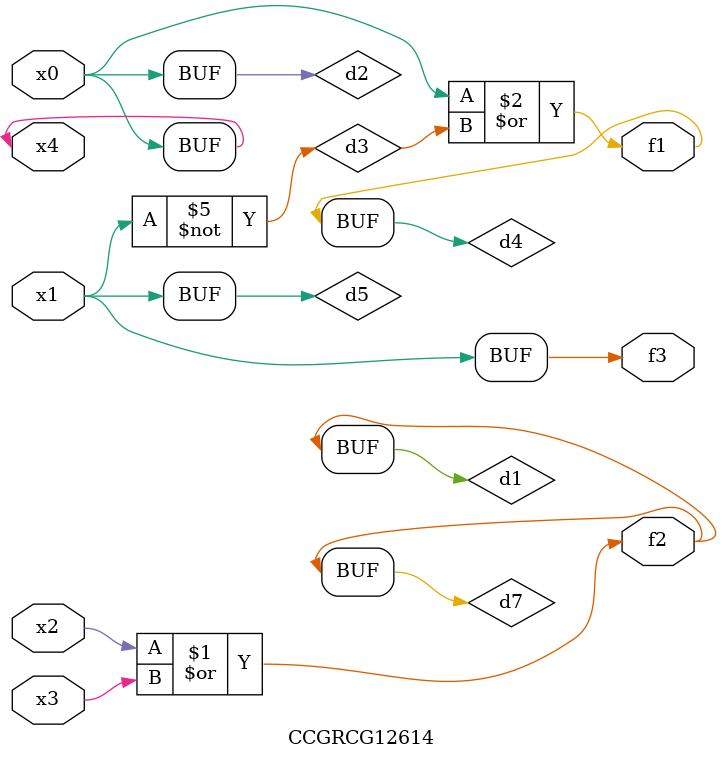
<source format=v>
module CCGRCG12614(
	input x0, x1, x2, x3, x4,
	output f1, f2, f3
);

	wire d1, d2, d3, d4, d5, d6, d7;

	or (d1, x2, x3);
	buf (d2, x0, x4);
	not (d3, x1);
	or (d4, d2, d3);
	not (d5, d3);
	nand (d6, d1, d3);
	or (d7, d1);
	assign f1 = d4;
	assign f2 = d7;
	assign f3 = d5;
endmodule

</source>
